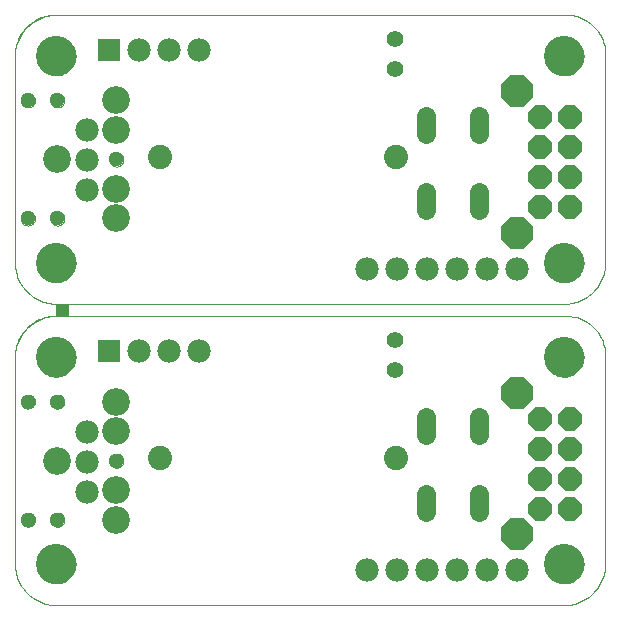
<source format=gbs>
G75*
G70*
%OFA0B0*%
%FSLAX24Y24*%
%IPPOS*%
%LPD*%
%AMOC8*
5,1,8,0,0,1.08239X$1,22.5*
%
%ADD10C,0.0000*%
%ADD11R,0.0394X0.0394*%
%ADD12C,0.0000*%
%ADD13C,0.0926*%
%ADD14C,0.0512*%
%ADD15OC8,0.0780*%
%ADD16C,0.0808*%
%ADD17C,0.0560*%
%ADD18R,0.0780X0.0780*%
%ADD19C,0.0780*%
%ADD20C,0.0634*%
%ADD21C,0.1340*%
%ADD22OC8,0.1040*%
%ADD23C,0.0000*%
%ADD24C,0.0926*%
%ADD25C,0.0512*%
%ADD26OC8,0.0780*%
%ADD27C,0.0808*%
%ADD28C,0.0560*%
%ADD29R,0.0780X0.0780*%
%ADD30C,0.0780*%
%ADD31C,0.0634*%
%ADD32C,0.1340*%
%ADD33OC8,0.1040*%
D10*
X001475Y001583D02*
X001478Y001583D01*
X018407Y001583D01*
X018410Y001583D01*
X018408Y001583D02*
X018482Y001586D01*
X018556Y001593D01*
X018630Y001604D01*
X018702Y001619D01*
X018774Y001637D01*
X018845Y001660D01*
X018915Y001686D01*
X018983Y001716D01*
X019049Y001749D01*
X019114Y001786D01*
X019176Y001827D01*
X019237Y001870D01*
X019295Y001917D01*
X019350Y001967D01*
X019402Y002019D01*
X019452Y002074D01*
X019499Y002132D01*
X019542Y002193D01*
X019583Y002255D01*
X019620Y002320D01*
X019653Y002386D01*
X019683Y002454D01*
X019709Y002524D01*
X019732Y002595D01*
X019750Y002667D01*
X019765Y002739D01*
X019776Y002813D01*
X019783Y002887D01*
X019786Y002961D01*
X019785Y002961D02*
X019785Y002958D01*
X019785Y002961D02*
X019785Y009812D01*
X019785Y009857D01*
X019785Y009812D02*
X019787Y009884D01*
X019785Y009955D01*
X019780Y010027D01*
X019771Y010098D01*
X019758Y010169D01*
X019741Y010238D01*
X019720Y010307D01*
X019696Y010375D01*
X019669Y010441D01*
X019637Y010505D01*
X019603Y010568D01*
X019565Y010629D01*
X019524Y010688D01*
X019480Y010744D01*
X019432Y010798D01*
X019382Y010849D01*
X019330Y010898D01*
X019275Y010944D01*
X019217Y010987D01*
X019157Y011026D01*
X019095Y011063D01*
X019032Y011096D01*
X018967Y011125D01*
X018900Y011151D01*
X018832Y011174D01*
X018762Y011192D01*
X018692Y011207D01*
X018621Y011219D01*
X018550Y011226D01*
X018479Y011230D01*
X018407Y011229D01*
X001872Y011229D01*
X001872Y011623D01*
X018407Y011623D01*
X018410Y011623D01*
X018407Y011229D02*
X018410Y011229D01*
X018408Y011622D02*
X018482Y011625D01*
X018556Y011632D01*
X018630Y011643D01*
X018702Y011658D01*
X018774Y011676D01*
X018845Y011699D01*
X018915Y011725D01*
X018983Y011755D01*
X019049Y011788D01*
X019114Y011825D01*
X019176Y011866D01*
X019237Y011909D01*
X019295Y011956D01*
X019350Y012006D01*
X019402Y012058D01*
X019452Y012113D01*
X019499Y012171D01*
X019542Y012232D01*
X019583Y012294D01*
X019620Y012359D01*
X019653Y012425D01*
X019683Y012493D01*
X019709Y012563D01*
X019732Y012634D01*
X019750Y012706D01*
X019765Y012778D01*
X019776Y012852D01*
X019783Y012926D01*
X019786Y013000D01*
X019785Y013001D02*
X019785Y012998D01*
X019785Y013001D02*
X019785Y019851D01*
X019785Y019897D01*
X019785Y019851D02*
X019787Y019923D01*
X019785Y019994D01*
X019780Y020066D01*
X019771Y020137D01*
X019758Y020208D01*
X019741Y020277D01*
X019720Y020346D01*
X019696Y020414D01*
X019669Y020480D01*
X019637Y020544D01*
X019603Y020607D01*
X019565Y020668D01*
X019524Y020727D01*
X019480Y020783D01*
X019432Y020837D01*
X019382Y020888D01*
X019330Y020937D01*
X019275Y020983D01*
X019217Y021026D01*
X019157Y021065D01*
X019095Y021102D01*
X019032Y021135D01*
X018967Y021164D01*
X018900Y021190D01*
X018832Y021213D01*
X018762Y021231D01*
X018692Y021246D01*
X018621Y021258D01*
X018550Y021265D01*
X018479Y021269D01*
X018407Y021268D01*
X018410Y021268D01*
X018407Y021268D02*
X001478Y021268D01*
X001475Y021268D01*
X001478Y021269D02*
X001404Y021266D01*
X001330Y021259D01*
X001256Y021248D01*
X001184Y021233D01*
X001112Y021215D01*
X001041Y021192D01*
X000971Y021166D01*
X000903Y021136D01*
X000837Y021103D01*
X000772Y021066D01*
X000710Y021025D01*
X000649Y020982D01*
X000591Y020935D01*
X000536Y020885D01*
X000484Y020833D01*
X000434Y020778D01*
X000387Y020720D01*
X000344Y020659D01*
X000303Y020597D01*
X000266Y020532D01*
X000233Y020466D01*
X000203Y020398D01*
X000177Y020328D01*
X000154Y020257D01*
X000136Y020185D01*
X000121Y020113D01*
X000110Y020039D01*
X000103Y019965D01*
X000100Y019891D01*
X000100Y019890D02*
X000100Y019894D01*
X000100Y019890D02*
X000100Y013040D01*
X000100Y012998D01*
X000100Y013040D02*
X000101Y012967D01*
X000106Y012893D01*
X000114Y012821D01*
X000127Y012749D01*
X000143Y012677D01*
X000162Y012607D01*
X000186Y012537D01*
X000213Y012469D01*
X000244Y012403D01*
X000278Y012338D01*
X000315Y012275D01*
X000356Y012214D01*
X000399Y012156D01*
X000446Y012099D01*
X000496Y012045D01*
X000548Y011994D01*
X000603Y011946D01*
X000660Y011901D01*
X000720Y011858D01*
X000782Y011819D01*
X000846Y011783D01*
X000911Y011751D01*
X000979Y011722D01*
X001047Y011697D01*
X001117Y011675D01*
X001188Y011657D01*
X001260Y011642D01*
X001332Y011632D01*
X001405Y011625D01*
X001478Y011622D01*
X001478Y011623D02*
X001478Y011229D01*
X001475Y011229D01*
X001475Y011623D02*
X001478Y011623D01*
X001478Y011229D02*
X001404Y011226D01*
X001330Y011219D01*
X001256Y011208D01*
X001184Y011193D01*
X001112Y011175D01*
X001041Y011152D01*
X000971Y011126D01*
X000903Y011096D01*
X000837Y011063D01*
X000772Y011026D01*
X000710Y010985D01*
X000649Y010942D01*
X000591Y010895D01*
X000536Y010845D01*
X000484Y010793D01*
X000434Y010738D01*
X000387Y010680D01*
X000344Y010619D01*
X000303Y010557D01*
X000266Y010492D01*
X000233Y010426D01*
X000203Y010358D01*
X000177Y010288D01*
X000154Y010217D01*
X000136Y010145D01*
X000121Y010073D01*
X000110Y009999D01*
X000103Y009925D01*
X000100Y009851D01*
X000100Y009854D01*
X000100Y009851D02*
X000100Y003001D01*
X000100Y002958D01*
X000100Y003001D02*
X000101Y002928D01*
X000106Y002854D01*
X000114Y002782D01*
X000127Y002710D01*
X000143Y002638D01*
X000162Y002568D01*
X000186Y002498D01*
X000213Y002430D01*
X000244Y002364D01*
X000278Y002299D01*
X000315Y002236D01*
X000356Y002175D01*
X000399Y002117D01*
X000446Y002060D01*
X000496Y002006D01*
X000548Y001955D01*
X000603Y001907D01*
X000660Y001862D01*
X000720Y001819D01*
X000782Y001780D01*
X000846Y001744D01*
X000911Y001712D01*
X000979Y001683D01*
X001047Y001658D01*
X001117Y001636D01*
X001188Y001618D01*
X001260Y001603D01*
X001332Y001593D01*
X001405Y001586D01*
X001478Y001583D01*
D11*
X001675Y011426D03*
D12*
X1475Y1583D02*
X1478Y1583D01*
X18407Y1583D01*
X18410Y1583D01*
X17760Y2958D02*
X17762Y3008D01*
X17768Y3058D01*
X17778Y3108D01*
X17791Y3156D01*
X17808Y3204D01*
X17829Y3250D01*
X17853Y3294D01*
X17881Y3336D01*
X17912Y3376D01*
X17946Y3413D01*
X17983Y3448D01*
X18022Y3479D01*
X18063Y3508D01*
X18107Y3533D01*
X18153Y3555D01*
X18200Y3573D01*
X18248Y3587D01*
X18297Y3598D01*
X18347Y3605D01*
X18397Y3608D01*
X18448Y3607D01*
X18498Y3602D01*
X18548Y3593D01*
X18596Y3581D01*
X18644Y3564D01*
X18690Y3544D01*
X18735Y3521D01*
X18778Y3494D01*
X18818Y3464D01*
X18856Y3431D01*
X18891Y3395D01*
X18924Y3356D01*
X18953Y3315D01*
X18979Y3272D01*
X19002Y3227D01*
X19021Y3180D01*
X19036Y3132D01*
X19048Y3083D01*
X19056Y3033D01*
X19060Y2983D01*
X19060Y2933D01*
X19056Y2883D01*
X19048Y2833D01*
X19036Y2784D01*
X19021Y2736D01*
X19002Y2689D01*
X18979Y2644D01*
X18953Y2601D01*
X18924Y2560D01*
X18891Y2521D01*
X18856Y2485D01*
X18818Y2452D01*
X18778Y2422D01*
X18735Y2395D01*
X18690Y2372D01*
X18644Y2352D01*
X18596Y2335D01*
X18548Y2323D01*
X18498Y2314D01*
X18448Y2309D01*
X18397Y2308D01*
X18347Y2311D01*
X18297Y2318D01*
X18248Y2329D01*
X18200Y2343D01*
X18153Y2361D01*
X18107Y2383D01*
X18063Y2408D01*
X18022Y2437D01*
X17983Y2468D01*
X17946Y2503D01*
X17912Y2540D01*
X17881Y2580D01*
X17853Y2622D01*
X17829Y2666D01*
X17808Y2712D01*
X17791Y2760D01*
X17778Y2808D01*
X17768Y2858D01*
X17762Y2908D01*
X17760Y2958D01*
X18407Y1583D02*
X18481Y1586D01*
X18555Y1593D01*
X18629Y1604D01*
X18701Y1619D01*
X18773Y1637D01*
X18844Y1660D01*
X18914Y1686D01*
X18982Y1716D01*
X19048Y1749D01*
X19113Y1786D01*
X19175Y1827D01*
X19236Y1870D01*
X19294Y1917D01*
X19349Y1967D01*
X19401Y2019D01*
X19451Y2074D01*
X19498Y2132D01*
X19541Y2193D01*
X19582Y2255D01*
X19619Y2320D01*
X19652Y2386D01*
X19682Y2454D01*
X19708Y2524D01*
X19731Y2595D01*
X19749Y2667D01*
X19764Y2739D01*
X19775Y2813D01*
X19782Y2887D01*
X19785Y2961D01*
X19785Y2958D01*
X19785Y2961D02*
X19785Y9812D01*
X19785Y9857D01*
X19785Y9812D02*
X19787Y9884D01*
X19785Y9955D01*
X19780Y10027D01*
X19771Y10098D01*
X19758Y10169D01*
X19741Y10238D01*
X19720Y10307D01*
X19696Y10375D01*
X19669Y10441D01*
X19637Y10505D01*
X19603Y10568D01*
X19565Y10629D01*
X19524Y10688D01*
X19480Y10744D01*
X19432Y10798D01*
X19382Y10849D01*
X19330Y10898D01*
X19275Y10944D01*
X19217Y10987D01*
X19157Y11026D01*
X19095Y11063D01*
X19032Y11096D01*
X18967Y11125D01*
X18900Y11151D01*
X18832Y11174D01*
X18762Y11192D01*
X18692Y11207D01*
X18621Y11219D01*
X18550Y11226D01*
X18479Y11230D01*
X18407Y11229D01*
X18410Y11229D01*
X18407Y11229D02*
X1478Y11229D01*
X825Y9854D02*
X827Y9904D01*
X833Y9954D01*
X843Y10004D01*
X856Y10052D01*
X873Y10100D01*
X894Y10146D01*
X918Y10190D01*
X946Y10232D01*
X977Y10272D01*
X1011Y10309D01*
X1048Y10344D01*
X1087Y10375D01*
X1128Y10404D01*
X1172Y10429D01*
X1218Y10451D01*
X1265Y10469D01*
X1313Y10483D01*
X1362Y10494D01*
X1412Y10501D01*
X1462Y10504D01*
X1513Y10503D01*
X1563Y10498D01*
X1613Y10489D01*
X1661Y10477D01*
X1709Y10460D01*
X1755Y10440D01*
X1800Y10417D01*
X1843Y10390D01*
X1883Y10360D01*
X1921Y10327D01*
X1956Y10291D01*
X1989Y10252D01*
X2018Y10211D01*
X2044Y10168D01*
X2067Y10123D01*
X2086Y10076D01*
X2101Y10028D01*
X2113Y9979D01*
X2121Y9929D01*
X2125Y9879D01*
X2125Y9829D01*
X2121Y9779D01*
X2113Y9729D01*
X2101Y9680D01*
X2086Y9632D01*
X2067Y9585D01*
X2044Y9540D01*
X2018Y9497D01*
X1989Y9456D01*
X1956Y9417D01*
X1921Y9381D01*
X1883Y9348D01*
X1843Y9318D01*
X1800Y9291D01*
X1755Y9268D01*
X1709Y9248D01*
X1661Y9231D01*
X1613Y9219D01*
X1563Y9210D01*
X1513Y9205D01*
X1462Y9204D01*
X1412Y9207D01*
X1362Y9214D01*
X1313Y9225D01*
X1265Y9239D01*
X1218Y9257D01*
X1172Y9279D01*
X1128Y9304D01*
X1087Y9333D01*
X1048Y9364D01*
X1011Y9399D01*
X977Y9436D01*
X946Y9476D01*
X918Y9518D01*
X894Y9562D01*
X873Y9608D01*
X856Y9656D01*
X843Y9704D01*
X833Y9754D01*
X827Y9804D01*
X825Y9854D01*
X100Y9851D02*
X102Y9923D01*
X108Y9995D01*
X117Y10067D01*
X130Y10138D01*
X147Y10208D01*
X167Y10277D01*
X192Y10345D01*
X219Y10411D01*
X250Y10477D01*
X285Y10540D01*
X322Y10602D01*
X363Y10661D01*
X407Y10718D01*
X454Y10773D01*
X504Y10825D01*
X556Y10875D01*
X611Y10922D01*
X668Y10966D01*
X727Y11007D01*
X789Y11044D01*
X852Y11079D01*
X918Y11110D01*
X984Y11137D01*
X1052Y11162D01*
X1121Y11182D01*
X1191Y11199D01*
X1262Y11212D01*
X1334Y11221D01*
X1406Y11227D01*
X1478Y11229D01*
X100Y9854D02*
X100Y9851D01*
X100Y3001D01*
X100Y2958D01*
X825Y2958D02*
X827Y3008D01*
X833Y3058D01*
X843Y3108D01*
X856Y3156D01*
X873Y3204D01*
X894Y3250D01*
X918Y3294D01*
X946Y3336D01*
X977Y3376D01*
X1011Y3413D01*
X1048Y3448D01*
X1087Y3479D01*
X1128Y3508D01*
X1172Y3533D01*
X1218Y3555D01*
X1265Y3573D01*
X1313Y3587D01*
X1362Y3598D01*
X1412Y3605D01*
X1462Y3608D01*
X1513Y3607D01*
X1563Y3602D01*
X1613Y3593D01*
X1661Y3581D01*
X1709Y3564D01*
X1755Y3544D01*
X1800Y3521D01*
X1843Y3494D01*
X1883Y3464D01*
X1921Y3431D01*
X1956Y3395D01*
X1989Y3356D01*
X2018Y3315D01*
X2044Y3272D01*
X2067Y3227D01*
X2086Y3180D01*
X2101Y3132D01*
X2113Y3083D01*
X2121Y3033D01*
X2125Y2983D01*
X2125Y2933D01*
X2121Y2883D01*
X2113Y2833D01*
X2101Y2784D01*
X2086Y2736D01*
X2067Y2689D01*
X2044Y2644D01*
X2018Y2601D01*
X1989Y2560D01*
X1956Y2521D01*
X1921Y2485D01*
X1883Y2452D01*
X1843Y2422D01*
X1800Y2395D01*
X1755Y2372D01*
X1709Y2352D01*
X1661Y2335D01*
X1613Y2323D01*
X1563Y2314D01*
X1513Y2309D01*
X1462Y2308D01*
X1412Y2311D01*
X1362Y2318D01*
X1313Y2329D01*
X1265Y2343D01*
X1218Y2361D01*
X1172Y2383D01*
X1128Y2408D01*
X1087Y2437D01*
X1048Y2468D01*
X1011Y2503D01*
X977Y2540D01*
X946Y2580D01*
X918Y2622D01*
X894Y2666D01*
X873Y2712D01*
X856Y2760D01*
X843Y2808D01*
X833Y2858D01*
X827Y2908D01*
X825Y2958D01*
X99Y3001D02*
X100Y2928D01*
X105Y2854D01*
X113Y2782D01*
X126Y2710D01*
X142Y2638D01*
X161Y2568D01*
X185Y2498D01*
X212Y2430D01*
X243Y2364D01*
X277Y2299D01*
X314Y2236D01*
X355Y2175D01*
X398Y2117D01*
X445Y2060D01*
X495Y2006D01*
X547Y1955D01*
X602Y1907D01*
X659Y1862D01*
X719Y1819D01*
X781Y1780D01*
X845Y1744D01*
X910Y1712D01*
X978Y1683D01*
X1046Y1658D01*
X1116Y1636D01*
X1187Y1618D01*
X1259Y1603D01*
X1331Y1593D01*
X1404Y1586D01*
X1477Y1583D01*
X1281Y4434D02*
X1283Y4464D01*
X1289Y4494D01*
X1298Y4523D01*
X1311Y4550D01*
X1328Y4575D01*
X1347Y4598D01*
X1370Y4619D01*
X1395Y4636D01*
X1421Y4650D01*
X1450Y4660D01*
X1479Y4667D01*
X1509Y4670D01*
X1540Y4669D01*
X1570Y4664D01*
X1599Y4655D01*
X1626Y4643D01*
X1652Y4628D01*
X1676Y4609D01*
X1697Y4587D01*
X1715Y4563D01*
X1730Y4536D01*
X1741Y4508D01*
X1749Y4479D01*
X1753Y4449D01*
X1753Y4419D01*
X1749Y4389D01*
X1741Y4360D01*
X1730Y4332D01*
X1715Y4305D01*
X1697Y4281D01*
X1676Y4259D01*
X1652Y4240D01*
X1626Y4225D01*
X1599Y4213D01*
X1570Y4204D01*
X1540Y4199D01*
X1509Y4198D01*
X1479Y4201D01*
X1450Y4208D01*
X1421Y4218D01*
X1395Y4232D01*
X1370Y4249D01*
X1347Y4270D01*
X1328Y4293D01*
X1311Y4318D01*
X1298Y4345D01*
X1289Y4374D01*
X1283Y4404D01*
X1281Y4434D01*
X297Y4434D02*
X299Y4464D01*
X305Y4494D01*
X314Y4523D01*
X327Y4550D01*
X344Y4575D01*
X363Y4598D01*
X386Y4619D01*
X411Y4636D01*
X437Y4650D01*
X466Y4660D01*
X495Y4667D01*
X525Y4670D01*
X556Y4669D01*
X586Y4664D01*
X615Y4655D01*
X642Y4643D01*
X668Y4628D01*
X692Y4609D01*
X713Y4587D01*
X731Y4563D01*
X746Y4536D01*
X757Y4508D01*
X765Y4479D01*
X769Y4449D01*
X769Y4419D01*
X765Y4389D01*
X757Y4360D01*
X746Y4332D01*
X731Y4305D01*
X713Y4281D01*
X692Y4259D01*
X668Y4240D01*
X642Y4225D01*
X615Y4213D01*
X586Y4204D01*
X556Y4199D01*
X525Y4198D01*
X495Y4201D01*
X466Y4208D01*
X437Y4218D01*
X411Y4232D01*
X386Y4249D01*
X363Y4270D01*
X344Y4293D01*
X327Y4318D01*
X314Y4345D01*
X305Y4374D01*
X299Y4404D01*
X297Y4434D01*
X3250Y6402D02*
X3252Y6432D01*
X3258Y6462D01*
X3267Y6491D01*
X3280Y6518D01*
X3297Y6543D01*
X3316Y6566D01*
X3339Y6587D01*
X3364Y6604D01*
X3390Y6618D01*
X3419Y6628D01*
X3448Y6635D01*
X3478Y6638D01*
X3509Y6637D01*
X3539Y6632D01*
X3568Y6623D01*
X3595Y6611D01*
X3621Y6596D01*
X3645Y6577D01*
X3666Y6555D01*
X3684Y6531D01*
X3699Y6504D01*
X3710Y6476D01*
X3718Y6447D01*
X3722Y6417D01*
X3722Y6387D01*
X3718Y6357D01*
X3710Y6328D01*
X3699Y6300D01*
X3684Y6273D01*
X3666Y6249D01*
X3645Y6227D01*
X3621Y6208D01*
X3595Y6193D01*
X3568Y6181D01*
X3539Y6172D01*
X3509Y6167D01*
X3478Y6166D01*
X3448Y6169D01*
X3419Y6176D01*
X3390Y6186D01*
X3364Y6200D01*
X3339Y6217D01*
X3316Y6238D01*
X3297Y6261D01*
X3280Y6286D01*
X3267Y6313D01*
X3258Y6342D01*
X3252Y6372D01*
X3250Y6402D01*
X1281Y8371D02*
X1283Y8401D01*
X1289Y8431D01*
X1298Y8460D01*
X1311Y8487D01*
X1328Y8512D01*
X1347Y8535D01*
X1370Y8556D01*
X1395Y8573D01*
X1421Y8587D01*
X1450Y8597D01*
X1479Y8604D01*
X1509Y8607D01*
X1540Y8606D01*
X1570Y8601D01*
X1599Y8592D01*
X1626Y8580D01*
X1652Y8565D01*
X1676Y8546D01*
X1697Y8524D01*
X1715Y8500D01*
X1730Y8473D01*
X1741Y8445D01*
X1749Y8416D01*
X1753Y8386D01*
X1753Y8356D01*
X1749Y8326D01*
X1741Y8297D01*
X1730Y8269D01*
X1715Y8242D01*
X1697Y8218D01*
X1676Y8196D01*
X1652Y8177D01*
X1626Y8162D01*
X1599Y8150D01*
X1570Y8141D01*
X1540Y8136D01*
X1509Y8135D01*
X1479Y8138D01*
X1450Y8145D01*
X1421Y8155D01*
X1395Y8169D01*
X1370Y8186D01*
X1347Y8207D01*
X1328Y8230D01*
X1311Y8255D01*
X1298Y8282D01*
X1289Y8311D01*
X1283Y8341D01*
X1281Y8371D01*
X297Y8371D02*
X299Y8401D01*
X305Y8431D01*
X314Y8460D01*
X327Y8487D01*
X344Y8512D01*
X363Y8535D01*
X386Y8556D01*
X411Y8573D01*
X437Y8587D01*
X466Y8597D01*
X495Y8604D01*
X525Y8607D01*
X556Y8606D01*
X586Y8601D01*
X615Y8592D01*
X642Y8580D01*
X668Y8565D01*
X692Y8546D01*
X713Y8524D01*
X731Y8500D01*
X746Y8473D01*
X757Y8445D01*
X765Y8416D01*
X769Y8386D01*
X769Y8356D01*
X765Y8326D01*
X757Y8297D01*
X746Y8269D01*
X731Y8242D01*
X713Y8218D01*
X692Y8196D01*
X668Y8177D01*
X642Y8162D01*
X615Y8150D01*
X586Y8141D01*
X556Y8136D01*
X525Y8135D01*
X495Y8138D01*
X466Y8145D01*
X437Y8155D01*
X411Y8169D01*
X386Y8186D01*
X363Y8207D01*
X344Y8230D01*
X327Y8255D01*
X314Y8282D01*
X305Y8311D01*
X299Y8341D01*
X297Y8371D01*
X17757Y9851D02*
X17759Y9901D01*
X17765Y9951D01*
X17775Y10001D01*
X17788Y10049D01*
X17805Y10097D01*
X17826Y10143D01*
X17850Y10187D01*
X17878Y10229D01*
X17909Y10269D01*
X17943Y10306D01*
X17980Y10341D01*
X18019Y10372D01*
X18060Y10401D01*
X18104Y10426D01*
X18150Y10448D01*
X18197Y10466D01*
X18245Y10480D01*
X18294Y10491D01*
X18344Y10498D01*
X18394Y10501D01*
X18445Y10500D01*
X18495Y10495D01*
X18545Y10486D01*
X18593Y10474D01*
X18641Y10457D01*
X18687Y10437D01*
X18732Y10414D01*
X18775Y10387D01*
X18815Y10357D01*
X18853Y10324D01*
X18888Y10288D01*
X18921Y10249D01*
X18950Y10208D01*
X18976Y10165D01*
X18999Y10120D01*
X19018Y10073D01*
X19033Y10025D01*
X19045Y9976D01*
X19053Y9926D01*
X19057Y9876D01*
X19057Y9826D01*
X19053Y9776D01*
X19045Y9726D01*
X19033Y9677D01*
X19018Y9629D01*
X18999Y9582D01*
X18976Y9537D01*
X18950Y9494D01*
X18921Y9453D01*
X18888Y9414D01*
X18853Y9378D01*
X18815Y9345D01*
X18775Y9315D01*
X18732Y9288D01*
X18687Y9265D01*
X18641Y9245D01*
X18593Y9228D01*
X18545Y9216D01*
X18495Y9207D01*
X18445Y9202D01*
X18394Y9201D01*
X18344Y9204D01*
X18294Y9211D01*
X18245Y9222D01*
X18197Y9236D01*
X18150Y9254D01*
X18104Y9276D01*
X18060Y9301D01*
X18019Y9330D01*
X17980Y9361D01*
X17943Y9396D01*
X17909Y9433D01*
X17878Y9473D01*
X17850Y9515D01*
X17826Y9559D01*
X17805Y9605D01*
X17788Y9653D01*
X17775Y9701D01*
X17765Y9751D01*
X17759Y9801D01*
X17757Y9851D01*
D13*
X3486Y8371D03*
X3486Y7386D03*
X1517Y6402D03*
X3486Y5418D03*
X3486Y4434D03*
D14*
X1517Y4434D03*
X533Y4434D03*
X3486Y6402D03*
X1517Y8371D03*
X533Y8371D03*
D15*
X17608Y7801D03*
X18608Y7801D03*
X18608Y6801D03*
X17608Y6801D03*
X17608Y5801D03*
X18608Y5801D03*
X18608Y4801D03*
X17608Y4801D03*
D16*
X12809Y6480D03*
X4935Y6480D03*
D17*
X12775Y9415D03*
X12775Y10415D03*
D18*
X3241Y10062D03*
D19*
X4241Y10062D03*
X5241Y10062D03*
X6241Y10062D03*
X2520Y7373D03*
X2520Y6373D03*
X2520Y5373D03*
X11827Y2759D03*
X12827Y2759D03*
X13827Y2759D03*
X14827Y2759D03*
X15827Y2759D03*
X16827Y2759D03*
D20*
X15586Y4707D02*
X15586Y5301D01*
X13814Y5301D02*
X13814Y4707D01*
X13814Y7266D02*
X13814Y7860D01*
X15586Y7860D02*
X15586Y7266D01*
D21*
X18407Y9851D03*
X18410Y2958D03*
X1475Y2958D03*
X1475Y9854D03*
D22*
X16832Y8670D03*
X16832Y3946D03*
D23*
X1475Y11623D02*
X1478Y11623D01*
X18407Y11623D01*
X18410Y11623D01*
X17760Y12998D02*
X17762Y13048D01*
X17768Y13098D01*
X17778Y13148D01*
X17791Y13196D01*
X17808Y13244D01*
X17829Y13290D01*
X17853Y13334D01*
X17881Y13376D01*
X17912Y13416D01*
X17946Y13453D01*
X17983Y13488D01*
X18022Y13519D01*
X18063Y13548D01*
X18107Y13573D01*
X18153Y13595D01*
X18200Y13613D01*
X18248Y13627D01*
X18297Y13638D01*
X18347Y13645D01*
X18397Y13648D01*
X18448Y13647D01*
X18498Y13642D01*
X18548Y13633D01*
X18596Y13621D01*
X18644Y13604D01*
X18690Y13584D01*
X18735Y13561D01*
X18778Y13534D01*
X18818Y13504D01*
X18856Y13471D01*
X18891Y13435D01*
X18924Y13396D01*
X18953Y13355D01*
X18979Y13312D01*
X19002Y13267D01*
X19021Y13220D01*
X19036Y13172D01*
X19048Y13123D01*
X19056Y13073D01*
X19060Y13023D01*
X19060Y12973D01*
X19056Y12923D01*
X19048Y12873D01*
X19036Y12824D01*
X19021Y12776D01*
X19002Y12729D01*
X18979Y12684D01*
X18953Y12641D01*
X18924Y12600D01*
X18891Y12561D01*
X18856Y12525D01*
X18818Y12492D01*
X18778Y12462D01*
X18735Y12435D01*
X18690Y12412D01*
X18644Y12392D01*
X18596Y12375D01*
X18548Y12363D01*
X18498Y12354D01*
X18448Y12349D01*
X18397Y12348D01*
X18347Y12351D01*
X18297Y12358D01*
X18248Y12369D01*
X18200Y12383D01*
X18153Y12401D01*
X18107Y12423D01*
X18063Y12448D01*
X18022Y12477D01*
X17983Y12508D01*
X17946Y12543D01*
X17912Y12580D01*
X17881Y12620D01*
X17853Y12662D01*
X17829Y12706D01*
X17808Y12752D01*
X17791Y12800D01*
X17778Y12848D01*
X17768Y12898D01*
X17762Y12948D01*
X17760Y12998D01*
X18407Y11623D02*
X18481Y11626D01*
X18555Y11633D01*
X18629Y11644D01*
X18701Y11659D01*
X18773Y11677D01*
X18844Y11700D01*
X18914Y11726D01*
X18982Y11756D01*
X19048Y11789D01*
X19113Y11826D01*
X19175Y11867D01*
X19236Y11910D01*
X19294Y11957D01*
X19349Y12007D01*
X19401Y12059D01*
X19451Y12114D01*
X19498Y12172D01*
X19541Y12233D01*
X19582Y12295D01*
X19619Y12360D01*
X19652Y12426D01*
X19682Y12494D01*
X19708Y12564D01*
X19731Y12635D01*
X19749Y12707D01*
X19764Y12779D01*
X19775Y12853D01*
X19782Y12927D01*
X19785Y13001D01*
X19785Y12998D01*
X19785Y13001D02*
X19785Y19852D01*
X19785Y19897D01*
X19785Y19852D02*
X19787Y19924D01*
X19785Y19995D01*
X19780Y20067D01*
X19771Y20138D01*
X19758Y20209D01*
X19741Y20278D01*
X19720Y20347D01*
X19696Y20415D01*
X19669Y20481D01*
X19637Y20545D01*
X19603Y20608D01*
X19565Y20669D01*
X19524Y20728D01*
X19480Y20784D01*
X19432Y20838D01*
X19382Y20889D01*
X19330Y20938D01*
X19275Y20984D01*
X19217Y21027D01*
X19157Y21066D01*
X19095Y21103D01*
X19032Y21136D01*
X18967Y21165D01*
X18900Y21191D01*
X18832Y21214D01*
X18762Y21232D01*
X18692Y21247D01*
X18621Y21259D01*
X18550Y21266D01*
X18479Y21270D01*
X18407Y21269D01*
X18410Y21269D01*
X18407Y21269D02*
X1478Y21269D01*
X825Y19894D02*
X827Y19944D01*
X833Y19994D01*
X843Y20044D01*
X856Y20092D01*
X873Y20140D01*
X894Y20186D01*
X918Y20230D01*
X946Y20272D01*
X977Y20312D01*
X1011Y20349D01*
X1048Y20384D01*
X1087Y20415D01*
X1128Y20444D01*
X1172Y20469D01*
X1218Y20491D01*
X1265Y20509D01*
X1313Y20523D01*
X1362Y20534D01*
X1412Y20541D01*
X1462Y20544D01*
X1513Y20543D01*
X1563Y20538D01*
X1613Y20529D01*
X1661Y20517D01*
X1709Y20500D01*
X1755Y20480D01*
X1800Y20457D01*
X1843Y20430D01*
X1883Y20400D01*
X1921Y20367D01*
X1956Y20331D01*
X1989Y20292D01*
X2018Y20251D01*
X2044Y20208D01*
X2067Y20163D01*
X2086Y20116D01*
X2101Y20068D01*
X2113Y20019D01*
X2121Y19969D01*
X2125Y19919D01*
X2125Y19869D01*
X2121Y19819D01*
X2113Y19769D01*
X2101Y19720D01*
X2086Y19672D01*
X2067Y19625D01*
X2044Y19580D01*
X2018Y19537D01*
X1989Y19496D01*
X1956Y19457D01*
X1921Y19421D01*
X1883Y19388D01*
X1843Y19358D01*
X1800Y19331D01*
X1755Y19308D01*
X1709Y19288D01*
X1661Y19271D01*
X1613Y19259D01*
X1563Y19250D01*
X1513Y19245D01*
X1462Y19244D01*
X1412Y19247D01*
X1362Y19254D01*
X1313Y19265D01*
X1265Y19279D01*
X1218Y19297D01*
X1172Y19319D01*
X1128Y19344D01*
X1087Y19373D01*
X1048Y19404D01*
X1011Y19439D01*
X977Y19476D01*
X946Y19516D01*
X918Y19558D01*
X894Y19602D01*
X873Y19648D01*
X856Y19696D01*
X843Y19744D01*
X833Y19794D01*
X827Y19844D01*
X825Y19894D01*
X100Y19891D02*
X102Y19963D01*
X108Y20035D01*
X117Y20107D01*
X130Y20178D01*
X147Y20248D01*
X167Y20317D01*
X192Y20385D01*
X219Y20451D01*
X250Y20517D01*
X285Y20580D01*
X322Y20642D01*
X363Y20701D01*
X407Y20758D01*
X454Y20813D01*
X504Y20865D01*
X556Y20915D01*
X611Y20962D01*
X668Y21006D01*
X727Y21047D01*
X789Y21084D01*
X852Y21119D01*
X918Y21150D01*
X984Y21177D01*
X1052Y21202D01*
X1121Y21222D01*
X1191Y21239D01*
X1262Y21252D01*
X1334Y21261D01*
X1406Y21267D01*
X1478Y21269D01*
X100Y19894D02*
X100Y19891D01*
X100Y13041D01*
X100Y12998D01*
X825Y12998D02*
X827Y13048D01*
X833Y13098D01*
X843Y13148D01*
X856Y13196D01*
X873Y13244D01*
X894Y13290D01*
X918Y13334D01*
X946Y13376D01*
X977Y13416D01*
X1011Y13453D01*
X1048Y13488D01*
X1087Y13519D01*
X1128Y13548D01*
X1172Y13573D01*
X1218Y13595D01*
X1265Y13613D01*
X1313Y13627D01*
X1362Y13638D01*
X1412Y13645D01*
X1462Y13648D01*
X1513Y13647D01*
X1563Y13642D01*
X1613Y13633D01*
X1661Y13621D01*
X1709Y13604D01*
X1755Y13584D01*
X1800Y13561D01*
X1843Y13534D01*
X1883Y13504D01*
X1921Y13471D01*
X1956Y13435D01*
X1989Y13396D01*
X2018Y13355D01*
X2044Y13312D01*
X2067Y13267D01*
X2086Y13220D01*
X2101Y13172D01*
X2113Y13123D01*
X2121Y13073D01*
X2125Y13023D01*
X2125Y12973D01*
X2121Y12923D01*
X2113Y12873D01*
X2101Y12824D01*
X2086Y12776D01*
X2067Y12729D01*
X2044Y12684D01*
X2018Y12641D01*
X1989Y12600D01*
X1956Y12561D01*
X1921Y12525D01*
X1883Y12492D01*
X1843Y12462D01*
X1800Y12435D01*
X1755Y12412D01*
X1709Y12392D01*
X1661Y12375D01*
X1613Y12363D01*
X1563Y12354D01*
X1513Y12349D01*
X1462Y12348D01*
X1412Y12351D01*
X1362Y12358D01*
X1313Y12369D01*
X1265Y12383D01*
X1218Y12401D01*
X1172Y12423D01*
X1128Y12448D01*
X1087Y12477D01*
X1048Y12508D01*
X1011Y12543D01*
X977Y12580D01*
X946Y12620D01*
X918Y12662D01*
X894Y12706D01*
X873Y12752D01*
X856Y12800D01*
X843Y12848D01*
X833Y12898D01*
X827Y12948D01*
X825Y12998D01*
X99Y13041D02*
X100Y12968D01*
X105Y12894D01*
X113Y12822D01*
X126Y12750D01*
X142Y12678D01*
X161Y12608D01*
X185Y12538D01*
X212Y12470D01*
X243Y12404D01*
X277Y12339D01*
X314Y12276D01*
X355Y12215D01*
X398Y12157D01*
X445Y12100D01*
X495Y12046D01*
X547Y11995D01*
X602Y11947D01*
X659Y11902D01*
X719Y11859D01*
X781Y11820D01*
X845Y11784D01*
X910Y11752D01*
X978Y11723D01*
X1046Y11698D01*
X1116Y11676D01*
X1187Y11658D01*
X1259Y11643D01*
X1331Y11633D01*
X1404Y11626D01*
X1477Y11623D01*
X1281Y14474D02*
X1283Y14504D01*
X1289Y14534D01*
X1298Y14563D01*
X1311Y14590D01*
X1328Y14615D01*
X1347Y14638D01*
X1370Y14659D01*
X1395Y14676D01*
X1421Y14690D01*
X1450Y14700D01*
X1479Y14707D01*
X1509Y14710D01*
X1540Y14709D01*
X1570Y14704D01*
X1599Y14695D01*
X1626Y14683D01*
X1652Y14668D01*
X1676Y14649D01*
X1697Y14627D01*
X1715Y14603D01*
X1730Y14576D01*
X1741Y14548D01*
X1749Y14519D01*
X1753Y14489D01*
X1753Y14459D01*
X1749Y14429D01*
X1741Y14400D01*
X1730Y14372D01*
X1715Y14345D01*
X1697Y14321D01*
X1676Y14299D01*
X1652Y14280D01*
X1626Y14265D01*
X1599Y14253D01*
X1570Y14244D01*
X1540Y14239D01*
X1509Y14238D01*
X1479Y14241D01*
X1450Y14248D01*
X1421Y14258D01*
X1395Y14272D01*
X1370Y14289D01*
X1347Y14310D01*
X1328Y14333D01*
X1311Y14358D01*
X1298Y14385D01*
X1289Y14414D01*
X1283Y14444D01*
X1281Y14474D01*
X297Y14474D02*
X299Y14504D01*
X305Y14534D01*
X314Y14563D01*
X327Y14590D01*
X344Y14615D01*
X363Y14638D01*
X386Y14659D01*
X411Y14676D01*
X437Y14690D01*
X466Y14700D01*
X495Y14707D01*
X525Y14710D01*
X556Y14709D01*
X586Y14704D01*
X615Y14695D01*
X642Y14683D01*
X668Y14668D01*
X692Y14649D01*
X713Y14627D01*
X731Y14603D01*
X746Y14576D01*
X757Y14548D01*
X765Y14519D01*
X769Y14489D01*
X769Y14459D01*
X765Y14429D01*
X757Y14400D01*
X746Y14372D01*
X731Y14345D01*
X713Y14321D01*
X692Y14299D01*
X668Y14280D01*
X642Y14265D01*
X615Y14253D01*
X586Y14244D01*
X556Y14239D01*
X525Y14238D01*
X495Y14241D01*
X466Y14248D01*
X437Y14258D01*
X411Y14272D01*
X386Y14289D01*
X363Y14310D01*
X344Y14333D01*
X327Y14358D01*
X314Y14385D01*
X305Y14414D01*
X299Y14444D01*
X297Y14474D01*
X3250Y16442D02*
X3252Y16472D01*
X3258Y16502D01*
X3267Y16531D01*
X3280Y16558D01*
X3297Y16583D01*
X3316Y16606D01*
X3339Y16627D01*
X3364Y16644D01*
X3390Y16658D01*
X3419Y16668D01*
X3448Y16675D01*
X3478Y16678D01*
X3509Y16677D01*
X3539Y16672D01*
X3568Y16663D01*
X3595Y16651D01*
X3621Y16636D01*
X3645Y16617D01*
X3666Y16595D01*
X3684Y16571D01*
X3699Y16544D01*
X3710Y16516D01*
X3718Y16487D01*
X3722Y16457D01*
X3722Y16427D01*
X3718Y16397D01*
X3710Y16368D01*
X3699Y16340D01*
X3684Y16313D01*
X3666Y16289D01*
X3645Y16267D01*
X3621Y16248D01*
X3595Y16233D01*
X3568Y16221D01*
X3539Y16212D01*
X3509Y16207D01*
X3478Y16206D01*
X3448Y16209D01*
X3419Y16216D01*
X3390Y16226D01*
X3364Y16240D01*
X3339Y16257D01*
X3316Y16278D01*
X3297Y16301D01*
X3280Y16326D01*
X3267Y16353D01*
X3258Y16382D01*
X3252Y16412D01*
X3250Y16442D01*
X1281Y18411D02*
X1283Y18441D01*
X1289Y18471D01*
X1298Y18500D01*
X1311Y18527D01*
X1328Y18552D01*
X1347Y18575D01*
X1370Y18596D01*
X1395Y18613D01*
X1421Y18627D01*
X1450Y18637D01*
X1479Y18644D01*
X1509Y18647D01*
X1540Y18646D01*
X1570Y18641D01*
X1599Y18632D01*
X1626Y18620D01*
X1652Y18605D01*
X1676Y18586D01*
X1697Y18564D01*
X1715Y18540D01*
X1730Y18513D01*
X1741Y18485D01*
X1749Y18456D01*
X1753Y18426D01*
X1753Y18396D01*
X1749Y18366D01*
X1741Y18337D01*
X1730Y18309D01*
X1715Y18282D01*
X1697Y18258D01*
X1676Y18236D01*
X1652Y18217D01*
X1626Y18202D01*
X1599Y18190D01*
X1570Y18181D01*
X1540Y18176D01*
X1509Y18175D01*
X1479Y18178D01*
X1450Y18185D01*
X1421Y18195D01*
X1395Y18209D01*
X1370Y18226D01*
X1347Y18247D01*
X1328Y18270D01*
X1311Y18295D01*
X1298Y18322D01*
X1289Y18351D01*
X1283Y18381D01*
X1281Y18411D01*
X297Y18411D02*
X299Y18441D01*
X305Y18471D01*
X314Y18500D01*
X327Y18527D01*
X344Y18552D01*
X363Y18575D01*
X386Y18596D01*
X411Y18613D01*
X437Y18627D01*
X466Y18637D01*
X495Y18644D01*
X525Y18647D01*
X556Y18646D01*
X586Y18641D01*
X615Y18632D01*
X642Y18620D01*
X668Y18605D01*
X692Y18586D01*
X713Y18564D01*
X731Y18540D01*
X746Y18513D01*
X757Y18485D01*
X765Y18456D01*
X769Y18426D01*
X769Y18396D01*
X765Y18366D01*
X757Y18337D01*
X746Y18309D01*
X731Y18282D01*
X713Y18258D01*
X692Y18236D01*
X668Y18217D01*
X642Y18202D01*
X615Y18190D01*
X586Y18181D01*
X556Y18176D01*
X525Y18175D01*
X495Y18178D01*
X466Y18185D01*
X437Y18195D01*
X411Y18209D01*
X386Y18226D01*
X363Y18247D01*
X344Y18270D01*
X327Y18295D01*
X314Y18322D01*
X305Y18351D01*
X299Y18381D01*
X297Y18411D01*
X17757Y19891D02*
X17759Y19941D01*
X17765Y19991D01*
X17775Y20041D01*
X17788Y20089D01*
X17805Y20137D01*
X17826Y20183D01*
X17850Y20227D01*
X17878Y20269D01*
X17909Y20309D01*
X17943Y20346D01*
X17980Y20381D01*
X18019Y20412D01*
X18060Y20441D01*
X18104Y20466D01*
X18150Y20488D01*
X18197Y20506D01*
X18245Y20520D01*
X18294Y20531D01*
X18344Y20538D01*
X18394Y20541D01*
X18445Y20540D01*
X18495Y20535D01*
X18545Y20526D01*
X18593Y20514D01*
X18641Y20497D01*
X18687Y20477D01*
X18732Y20454D01*
X18775Y20427D01*
X18815Y20397D01*
X18853Y20364D01*
X18888Y20328D01*
X18921Y20289D01*
X18950Y20248D01*
X18976Y20205D01*
X18999Y20160D01*
X19018Y20113D01*
X19033Y20065D01*
X19045Y20016D01*
X19053Y19966D01*
X19057Y19916D01*
X19057Y19866D01*
X19053Y19816D01*
X19045Y19766D01*
X19033Y19717D01*
X19018Y19669D01*
X18999Y19622D01*
X18976Y19577D01*
X18950Y19534D01*
X18921Y19493D01*
X18888Y19454D01*
X18853Y19418D01*
X18815Y19385D01*
X18775Y19355D01*
X18732Y19328D01*
X18687Y19305D01*
X18641Y19285D01*
X18593Y19268D01*
X18545Y19256D01*
X18495Y19247D01*
X18445Y19242D01*
X18394Y19241D01*
X18344Y19244D01*
X18294Y19251D01*
X18245Y19262D01*
X18197Y19276D01*
X18150Y19294D01*
X18104Y19316D01*
X18060Y19341D01*
X18019Y19370D01*
X17980Y19401D01*
X17943Y19436D01*
X17909Y19473D01*
X17878Y19513D01*
X17850Y19555D01*
X17826Y19599D01*
X17805Y19645D01*
X17788Y19693D01*
X17775Y19741D01*
X17765Y19791D01*
X17759Y19841D01*
X17757Y19891D01*
D24*
X3486Y18411D03*
X3486Y17426D03*
X1517Y16442D03*
X3486Y15458D03*
X3486Y14474D03*
D25*
X1517Y14474D03*
X533Y14474D03*
X3486Y16442D03*
X1517Y18411D03*
X533Y18411D03*
D26*
X17608Y17841D03*
X18608Y17841D03*
X18608Y16841D03*
X17608Y16841D03*
X17608Y15841D03*
X18608Y15841D03*
X18608Y14841D03*
X17608Y14841D03*
D27*
X12809Y16520D03*
X4935Y16520D03*
D28*
X12775Y19455D03*
X12775Y20455D03*
D29*
X3241Y20102D03*
D30*
X4241Y20102D03*
X5241Y20102D03*
X6241Y20102D03*
X2520Y17413D03*
X2520Y16413D03*
X2520Y15413D03*
X11827Y12799D03*
X12827Y12799D03*
X13827Y12799D03*
X14827Y12799D03*
X15827Y12799D03*
X16827Y12799D03*
D31*
X15586Y14747D02*
X15586Y15341D01*
X13814Y15341D02*
X13814Y14747D01*
X13814Y17306D02*
X13814Y17900D01*
X15586Y17900D02*
X15586Y17306D01*
D32*
X18407Y19891D03*
X18410Y12998D03*
X1475Y12998D03*
X1475Y19894D03*
D33*
X16832Y18710D03*
X16832Y13986D03*
M02*

</source>
